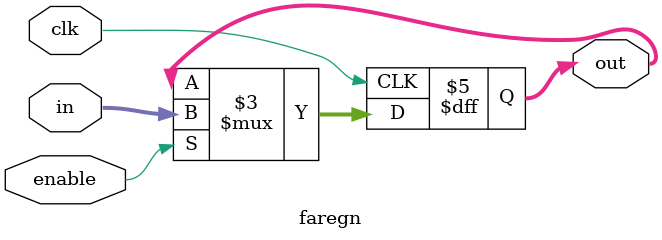
<source format=v>
`timescale 1ns / 1ps

module faregn #(parameter WIDTH = 32)(
input [WIDTH-1:0] in,
input enable,
input clk,
output reg [WIDTH-1:0] out
    );
always@(posedge clk)
begin
if(enable)
    begin
    out=in;
    end
else
    begin
    out=out;
    end
end
endmodule

</source>
